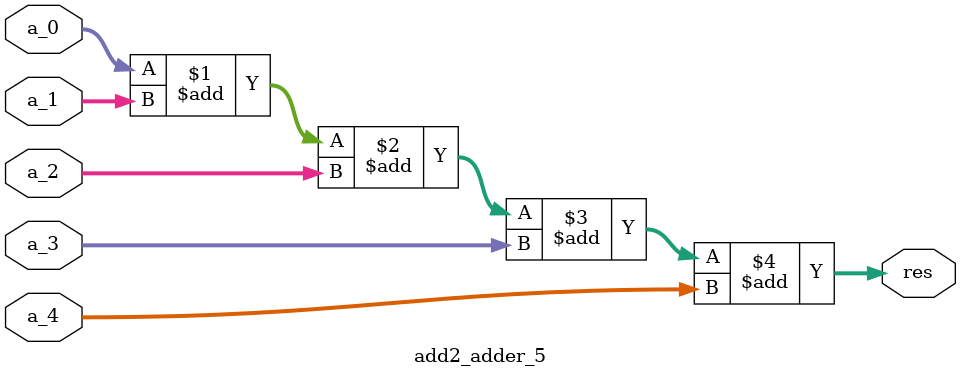
<source format=v>
module add1
#(parameter Size = 45, radix = 108)
(
	input [Size-1:0] a_0,
	input [Size-1:0] a_1,
	input [Size-1:0] a_2,
	input [Size-1:0] a_3,
	input [Size-1:0] a_4,
	input [Size-1:0] a_5,
	input [Size-1:0] a_6,
	input [Size-1:0] a_7,
	input [Size-1:0] a_8,
	input [Size-1:0] a_9,
	input [Size-1:0] a_10,
	input [Size-1:0] a_11,
	input [Size-1:0] a_12,
	input [Size-1:0] a_13,
	input [Size-1:0] a_14,
	input [Size-1:0] a_15,
	input [Size-1:0] a_16,
	input [Size-1:0] a_17,
	input [Size-1:0] a_18,
	input [Size-1:0] a_19,
	input [Size-1:0] a_20,
	input [Size-1:0] a_21,
	input [Size-1:0] a_22,
	input [Size-1:0] a_23,
	output [radix*2-1:0] res_0,
	output [radix*2-1:0] res_1,
	output [radix*2-1:0] res_2,
	output [radix*2-1:0] res_3,
	output [radix*2-1:0] res_4
);
    //need modify depends on the size or the radix
	wire [radix*2-1:0] a_0_w = {171'b0,a_0};
	wire [radix*2-1:0] a_1_w = {153'b0,a_1,18'b0};
	wire [radix*2-1:0] a_2_w = {135'b0,a_2,36'b0};
	wire [radix*2-1:0] a_3_w = {117'b0,a_3,54'b0};
	wire [radix*2-1:0] a_4_w = {99'b0,a_4,72'b0};
	wire [radix*2-1:0] a_5_w = {81'b0,a_5,90'b0};
	wire [radix*2-1:0] a_6_w = {144'b0,a_6,27'b0};
	wire [radix*2-1:0] a_7_w = {126'b0,a_7,45'b0};
	wire [radix*2-1:0] a_8_w = {108'b0,a_8,63'b0};
	wire [radix*2-1:0] a_9_w = {90'b0,a_9,81'b0};
	wire [radix*2-1:0] a_10_w = {72'b0,a_10,99'b0};
	wire [radix*2-1:0] a_11_w = {54'b0,a_11,117'b0};
	wire [radix*2-1:0] a_12_w = {117'b0,a_12,54'b0};
	wire [radix*2-1:0] a_13_w = {99'b0,a_13,72'b0};
	wire [radix*2-1:0] a_14_w = {81'b0,a_14,90'b0};
	wire [radix*2-1:0] a_15_w = {63'b0,a_15,108'b0};
	wire [radix*2-1:0] a_16_w = {45'b0,a_16,126'b0};
	wire [radix*2-1:0] a_17_w = {27'b0,a_17,144'b0};
	wire [radix*2-1:0] a_18_w = {90'b0,a_18,81'b0};
	wire [radix*2-1:0] a_19_w = {72'b0,a_19,99'b0};
	wire [radix*2-1:0] a_20_w = {54'b0,a_20,117'b0};
	wire [radix*2-1:0] a_21_w = {36'b0,a_21,135'b0};
	wire [radix*2-1:0] a_22_w = {18'b0,a_22,153'b0};
	wire [radix*2-1:0] a_23_w = {a_23,171'b0};

	add2_adder_5#(.adder_size(radix*2)) add2_0(a_0_w,a_1_w,a_2_w,a_3_w,a_4_w,res_0);
	add2_adder_5#(.adder_size(radix*2)) add2_1(a_5_w,a_6_w,a_7_w,a_8_w,a_9_w,res_1);
	add2_adder_5#(.adder_size(radix*2)) add2_2(a_10_w,a_11_w,a_12_w,a_13_w,a_14_w,res_2);
	add2_adder_5#(.adder_size(radix*2)) add2_3(a_15_w,a_16_w,a_17_w,a_18_w,a_19_w,res_3);
	add2_adder_5#(.adder_size(radix*2)) add2_4(a_20_w,a_21_w,a_22_w,a_23_w,216'b0,res_4);
endmodule

module add2_adder_5
#(parameter adder_size = 108)
(
	input [adder_size-1:0] a_0,
	input [adder_size-1:0] a_1,
	input [adder_size-1:0] a_2,
	input [adder_size-1:0] a_3,
	input [adder_size-1:0] a_4,
	output [adder_size-1:0] res
);
	assign res = a_0+a_1+a_2+a_3+a_4;
endmodule

</source>
